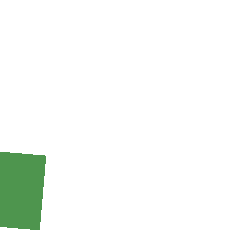
<source format=gbr>
%FSLAX34Y34*%%MOIN*%%AMVECTOR*2,1,0.25,0,0,.5,.5,130*%%ADD10VECTOR*%D10*X0Y0D03*M02*
</source>
